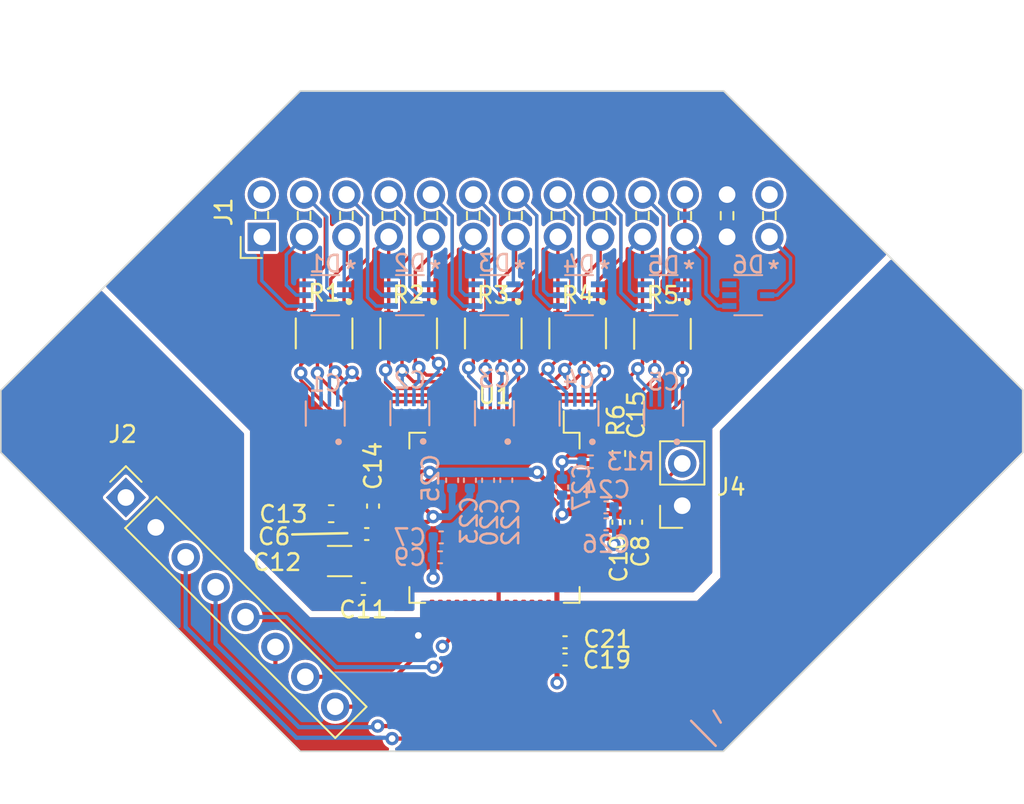
<source format=kicad_pcb>
(kicad_pcb (version 20221018) (generator pcbnew)
  (layers (0 "F.Cu" signal) (1 "In1.Cu" signal) (2 "In2.Cu" signal) (31 "B.Cu" signal) (34 "B.Paste" user) (35 "F.Paste" user) (36 "B.SilkS" user "B.Silkscreen") (37 "F.SilkS" user "F.Silkscreen") (38 "B.Mask" user) (39 "F.Mask" user) (44 "Edge.Cuts" user))
  (net 0 "")
  (net 1 "GNDA")
  (net 2 "/Daisy Functionality/_SRB1")
  (net 3 "/Daisy Functionality/_SRB2")
  (net 4 "/Daisy Functionality/IN1P")
  (net 5 "/Daisy Functionality/IN1N")
  (net 6 "/Daisy Functionality/IN2P")
  (net 7 "/Daisy Functionality/IN2N")
  (net 8 "/Daisy Functionality/IN3P")
  (net 9 "/Daisy Functionality/IN3N")
  (net 10 "/Daisy Functionality/IN4P")
  (net 11 "/Daisy Functionality/IN4N")
  (net 12 "/Daisy Functionality/IN5P")
  (net 13 "/Daisy Functionality/IN5N")
  (net 14 "/Daisy Functionality/IN6P")
  (net 15 "/Daisy Functionality/IN6N")
  (net 16 "/Daisy Functionality/IN7P")
  (net 17 "/Daisy Functionality/IN7N")
  (net 18 "/Daisy Functionality/IN8P")
  (net 19 "/Daisy Functionality/IN8N")
  (net 20 "/Daisy Functionality/BIAS_DRV")
  (net 21 "VSSA")
  (net 22 "Net-(U1-VCAP4)")
  (net 23 "Net-(U1-VCAP3)")
  (net 24 "Net-(U1-VCAP2)")
  (net 25 "Net-(U1-VCAP1)")
  (net 26 "Net-(U1-VREFP)")
  (net 27 "Net-(U1-RLDIN)")
  (net 28 "/Daisy Functionality/DRDY")
  (net 29 "VDD")
  (net 30 "VDDA")
  (net 31 "Net-(U1-WCT)")
  (net 32 "/1P")
  (net 33 "/SRB2")
  (net 34 "/3P")
  (net 35 "/2N")
  (net 36 "/1N")
  (net 37 "/2P")
  (net 38 "/5P")
  (net 39 "/4N")
  (net 40 "/3N")
  (net 41 "/4P")
  (net 42 "/7P")
  (net 43 "/6N")
  (net 44 "/5N")
  (net 45 "/6P")
  (net 46 "/8N")
  (net 47 "/7N")
  (net 48 "/8P")
  (net 49 "/BIAS")
  (net 50 "/SCLK")
  (net 51 "/RESET")
  (net 52 "/CLK")
  (net 53 "/MOSI")
  (net 54 "/CS2")
  (net 55 "/BIAS_INV")
  (net 56 "/MISO")
  (net 64 "/SRB1")
  (footprint "Capacitor_SMD:C_0603_1608Metric" (layer "F.Cu") (at 128.8288 101.6254 180)
    (fp_text reference "C13")
    (fp_text value "10uF")
  )
  (footprint "Resistor Arrays:RESCAF80P320X160X60-8N" (layer "F.Cu") (at 133.4832 90.791 -90)
    (fp_text reference "R2")
    (fp_text value "CAY16-222J4LF")
  )
  (footprint "Capacitor_SMD:C_0402_1005Metric" (layer "F.Cu") (at 131.3434 101.1682 90)
    (fp_text reference "C14")
    (fp_text value "0.1uF")
  )
  (footprint "Capacitor_SMD:C_0402_1005Metric" (layer "F.Cu") (at 147.1439 98.008 -90)
    (fp_text reference "C15")
    (fp_text value "1nF")
  )
  (footprint "Resistor_SMD:R_0402_1005Metric" (layer "F.Cu") (at 146.1025 98.006 -90)
    (fp_text reference "R6")
    (fp_text value "1M")
  )
  (footprint "Resistor Arrays:RESCAF80P320X160X60-8N" (layer "F.Cu") (at 128.4032 90.791 -90)
    (fp_text reference "R1")
    (fp_text value "CAY16-222J4LF")
  )
  (footprint "Capacitor_SMD:C_0402_1005Metric" (layer "F.Cu") (at 130.7618 106.1466)
    (fp_text reference "C11")
    (fp_text value "1uF")
  )
  (footprint "Resistor Arrays:RESCAF80P320X160X60-8N" (layer "F.Cu") (at 148.7232 90.8164 -90)
    (fp_text reference "R5")
    (fp_text value "CAY16-222J4LF")
  )
  (footprint "Capacitor_SMD:C_0402_1005Metric" (layer "F.Cu") (at 142.8724 110.3884)
    (fp_text reference "C19")
    (fp_text value "1uF")
  )
  (footprint "Connector_PinHeader_2.54mm:PinHeader_2x13_P2.54mm_Horizontal" (layer "F.Cu") (at 124.6632 84.9884 90)
    (fp_text reference "J1")
    (fp_text value "Conn_02x13_Odd_Even")
  )
  (footprint "Capacitor_SMD:C_0402_1005Metric" (layer "F.Cu") (at 146.0754 102.1308 -90)
    (fp_text reference "C10")
    (fp_text value "0.1uF")
  )
  (footprint "Package_QFP:TQFP-64_10x10mm_P0.5mm" (layer "F.Cu") (at 138.6349 101.8688 -90)
    (fp_text reference "U1")
    (fp_text value "ADS129x")
  )
  (footprint "Capacitor_SMD:C_0402_1005Metric" (layer "F.Cu") (at 147.1422 102.1308 -90)
    (fp_text reference "C8")
    (fp_text value "1uF")
  )
  (footprint "Connector_PinSocket_2.54mm:PinSocket_1x02_P2.54mm_Vertical" (layer "F.Cu") (at 149.9108 101.1428 180)
    (fp_text reference "J4")
    (fp_text value "Conn_01x02")
  )
  (footprint "Resistor Arrays:RESCAF80P320X160X60-8N" (layer "F.Cu") (at 143.6306 90.791 -90)
    (fp_text reference "R4")
    (fp_text value "CAY16-222J4LF")
  )
  (footprint "Capacitor_SMD:C_0402_1005Metric" (layer "F.Cu") (at 130.965 102.8446)
    (fp_text reference "C6")
    (fp_text value "1uF")
  )
  (footprint "Resistor Arrays:RESCAF80P320X160X60-8N" (layer "F.Cu") (at 138.5632 90.791 -90)
    (fp_text reference "R3")
    (fp_text value "CAY16-222J4LF")
  )
  (footprint "Capacitor_SMD:C_0402_1005Metric" (layer "F.Cu") (at 142.8724 109.347)
    (fp_text reference "C21")
    (fp_text value "0.1uF")
  )
  (footprint "Connector_PinSocket_2.54mm:PinSocket_1x08_P2.54mm_Vertical" (layer "F.Cu") (at 116.5 100.65 45)
    (fp_text reference "J2")
    (fp_text value "Conn_01x08")
  )
  (footprint "Capacitor_SMD:C_1206_3216Metric" (layer "F.Cu") (at 129.3368 104.4702)
    (fp_text reference "C12")
    (fp_text value "100uF")
  )
  (footprint "Capacitor_SMD:C_0402_1005Metric" (layer "B.Cu") (at 145.3388 102.2604 180)
    (fp_text reference "C26")
    (fp_text value "0.1uF")
  )
  (footprint "Capacitor_SMD:C_0402_1005Metric" (layer "B.Cu") (at 136.0932 99.6162 -90)
    (fp_text reference "C25")
    (fp_text value "0.1uF")
  )
  (footprint "Capacitor Arrays:CAPCAXE50P210X130X94-8N" (layer "B.Cu") (at 148.7932 95.6056 90)
    (fp_text reference "C5")
    (fp_text value "CA0508KRX7R9BB102")
  )
  (footprint "Capacitor Arrays:CAPCAXE50P210X130X94-8N" (layer "B.Cu") (at 143.7132 95.6056 90)
    (fp_text reference "C4")
    (fp_text value "CA0508KRX7R9BB102")
  )
  (footprint "Capacitor_SMD:C_0402_1005Metric" (layer "B.Cu") (at 138.2522 99.6162 -90)
    (fp_text reference "C20")
    (fp_text value "1uF")
  )
  (footprint "TSV - Diodes:TPD4E1B06DCKR" (layer "B.Cu") (at 143.7132 88.4936 180)
    (fp_text reference "D4")
    (fp_text value "TPD4E1B06DCKR")
  )
  (footprint "Resistor_SMD:R_0402_1005Metric" (layer "B.Cu") (at 144.399 98.5012)
    (fp_text reference "R13")
    (fp_text value "0")
  )
  (footprint "TSV - Diodes:TPD4E1B06DCKR" (layer "B.Cu") (at 153.8732 88.4936 180)
    (fp_text reference "D6")
    (fp_text value "TPD4E1B06DCKR")
  )
  (footprint "Capacitor Arrays:CAPCAXE50P210X130X94-8N" (layer "B.Cu") (at 128.4732 95.6056 90)
    (fp_text reference "C1")
    (fp_text value "CA0508KRX7R9BB102")
  )
  (footprint "Capacitor_SMD:C_0402_1005Metric" (layer "B.Cu") (at 135.382 104.2442)
    (fp_text reference "C9")
    (fp_text value "1uF")
  )
  (footprint "TSV - Diodes:TPD4E1B06DCKR" (layer "B.Cu") (at 138.6332 88.4936 180)
    (fp_text reference "D3")
    (fp_text value "TPD4E1B06DCKR")
  )
  (footprint "Capacitor_SMD:C_0402_1005Metric" (layer "B.Cu") (at 137.16 99.6162 -90)
    (fp_text reference "C23")
    (fp_text value "1uF")
  )
  (footprint "Capacitor Arrays:CAPCAXE50P210X130X94-8N" (layer "B.Cu") (at 138.6332 95.5913 90)
    (fp_text reference "C3")
    (fp_text value "CA0508KRX7R9BB102")
  )
  (footprint "Capacitor_SMD:C_0402_1005Metric" (layer "B.Cu") (at 145.3388 101.2444 180)
    (fp_text reference "C24")
    (fp_text value "1uF")
  )
  (footprint "TSV - Diodes:TPD4E1B06DCKR" (layer "B.Cu") (at 128.4732 88.4936 180)
    (fp_text reference "D1")
    (fp_text value "TPD4E1B06DCKR")
  )
  (footprint "Capacitor Arrays:CAPCAXE50P210X130X94-8N" (layer "B.Cu") (at 133.5532 95.5802 90)
    (fp_text reference "C2")
    (fp_text value "CA0508KRX7R9BB102")
  )
  (footprint "Capacitor_SMD:C_0402_1005Metric" (layer "B.Cu") (at 139.3444 99.6162 -90)
    (fp_text reference "C22")
    (fp_text value "0.1uF")
  )
  (footprint "Capacitor_SMD:C_0402_1005Metric" (layer "B.Cu") (at 142.6972 100.0252 90)
    (fp_text reference "C27")
    (fp_text value "1nF")
  )
  (footprint "TSV - Diodes:TPD4E1B06DCKR" (layer "B.Cu") (at 133.5532 88.4936 180)
    (fp_text reference "D2")
    (fp_text value "TPD4E1B06DCKR")
  )
  (footprint "Capacitor_SMD:C_0402_1005Metric" (layer "B.Cu") (at 135.4328 103.0478)
    (fp_text reference "C7")
    (fp_text value "1uF")
  )
  (footprint "TSV - Diodes:TPD4E1B06DCKR" (layer "B.Cu") (at 148.7932 88.4936 180)
    (fp_text reference "D5")
    (fp_text value "TPD4E1B06DCKR")
  )
  (gr_line (start 151.7904 113.4618) (end 152.2222 114.173) (stroke (width 0.1524)) (layer "B.SilkS"))
  (gr_line (start 150.4442 114.0714) (end 151.9174 115.57) (stroke (width 0.1524)) (layer "B.SilkS"))
  (gr_line (start 129.794 102.7938) (end 126.492 102.87) (stroke (width 0.1524)) (layer "F.SilkS"))
  (gr_poly (pts (xy 170.3578 94.1832) (xy 170.3578 97.9424) (xy 152.3746 115.9002) (xy 126.9746 115.9002) (xy 108.9914 97.9424) (xy 108.9914 94.2086) (xy 126.9746 76.2254) (xy 152.4 76.2254)) (stroke (width 0.1016)) (fill none) (layer "Edge.Cuts"))
  (segment (start 138.8849 107.5313) (end 138.8849 105.7679) (width 0.25) (layer "F.Cu") (net 1))
  (segment (start 138.8849 105.7679) (end 138.8872 105.7656) (width 0.25) (layer "F.Cu") (net 1))
  (segment (start 143.3524 109.347) (end 143.3524 110.3884) (width 0.25) (layer "F.Cu") (net 1))
  (segment (start 134.8849 108.1169) (end 134.0612 108.9406) (width 0.25) (layer "F.Cu") (net 1))
  (segment (start 134.8849 107.5313) (end 134.8849 108.1169) (width 0.25) (layer "F.Cu") (net 1))
  (segment (start 143.3545 109.3491) (end 143.3524 109.347) (width 0.25) (layer "F.Cu") (net 1))
  (via (at 134.0612 108.9406) (size 0.8) (drill 0.4) (layers "F.Cu" "B.Cu") (net 1))
  (segment (start 137.8832 96.3913) (end 137.8832 97.548) (width 0.2032) (layer "B.Cu") (net 1))
  (segment (start 139.3832 96.3913) (end 140.1555 96.3913) (width 0.2032) (layer "B.Cu") (net 1))
  (segment (start 139.3832 96.3913) (end 139.3832 97.5226) (width 0.2032) (layer "B.Cu") (net 1))
  (segment (start 148.0432 96.4056) (end 148.0432 97.524) (width 0.2032) (layer "B.Cu") (net 1))
  (segment (start 149.5432 96.4056) (end 150.3298 96.4056) (width 0.2032) (layer "B.Cu") (net 1))
  (segment (start 149.0432 96.4056) (end 149.0432 97.54) (width 0.2032) (layer "B.Cu") (net 1))
  (segment (start 128.7232 96.4056) (end 128.7232 97.5574) (width 0.2032) (layer "B.Cu") (net 1))
  (segment (start 134.3032 96.3802) (end 135.2168 96.3802) (width 0.2032) (layer "B.Cu") (net 1))
  (segment (start 149.0432 97.54) (end 148.7932 97.79) (width 0.2032) (layer "B.Cu") (net 1))
  (segment (start 128.2232 96.4056) (end 128.2232 97.4892) (width 0.2032) (layer "B.Cu") (net 1))
  (segment (start 127.7232 96.4056) (end 126.784 96.4056) (width 0.2032) (layer "B.Cu") (net 1))
  (segment (start 138.3832 96.3913) (end 138.3832 97.5146) (width 0.2032) (layer "B.Cu") (net 1))
  (segment (start 142.9632 96.4056) (end 142.9632 97.524) (width 0.2032) (layer "B.Cu") (net 1))
  (segment (start 137.8832 96.3913) (end 137.0601 96.3913) (width 0.2032) (layer "B.Cu") (net 1))
  (segment (start 148.0432 96.4056) (end 147.2818 96.4056) (width 0.2032) (layer "B.Cu") (net 1))
  (segment (start 133.3032 96.3802) (end 133.3032 97.5908) (width 0.2032) (layer "B.Cu") (net 1))
  (segment (start 132.8032 96.3802) (end 132.8032 97.5988) (width 0.2032) (layer "B.Cu") (net 1))
  (segment (start 143.9632 96.4056) (end 143.9632 97.413) (width 0.2032) (layer "B.Cu") (net 1))
  (segment (start 149.5432 96.4056) (end 149.5432 97.3702) (width 0.2032) (layer "B.Cu") (net 1))
  (segment (start 129.2232 96.4056) (end 130.1622 96.4056) (width 0.2032) (layer "B.Cu") (net 1))
  (segment (start 144.4632 96.4056) (end 144.4632 97.5494) (width 0.2032) (layer "B.Cu") (net 1))
  (segment (start 132.8032 96.3802) (end 131.8894 96.3802) (width 0.2032) (layer "B.Cu") (net 1))
  (segment (start 133.8032 96.3802) (end 133.8032 97.5828) (width 0.2032) (layer "B.Cu") (net 1))
  (segment (start 148.7932 97.79) (end 148.5432 97.54) (width 0.2032) (layer "B.Cu") (net 1))
  (segment (start 127.7232 96.4056) (end 127.7232 97.4972) (width 0.2032) (layer "B.Cu") (net 1))
  (segment (start 129.2232 96.4056) (end 129.2232 97.4986) (width 0.2032) (layer "B.Cu") (net 1))
  (segment (start 134.3032 96.3802) (end 134.3032 97.5494) (width 0.2032) (layer "B.Cu") (net 1))
  (segment (start 142.9632 96.4056) (end 142.1002 96.4056) (width 0.2032) (layer "B.Cu") (net 1))
  (segment (start 148.5432 97.54) (end 148.5432 96.4056) (width 0.2032) (layer "B.Cu") (net 1))
  (segment (start 143.4632 96.4056) (end 143.4632 97.4812) (width 0.2032) (layer "B.Cu") (net 1))
  (segment (start 149.0432 94.8056) (end 149.0432 96.4056) (width 0.2032) (layer "B.Cu") (net 1))
  (segment (start 144.4632 96.4056) (end 145.3768 96.4056) (width 0.2032) (layer "B.Cu") (net 1))
  (segment (start 138.8832 96.3913) (end 138.8832 97.54) (width 0.2032) (layer "B.Cu") (net 1))
  (segment (start 131.5198 98.1188) (end 132.9724 98.1188) (width 0.2032) (layer "F.Cu") (net 2))
  (segment (start 127.003697 93.1672) (end 127.003697 92.680903) (width 0.2032) (layer "F.Cu") (net 2))
  (segment (start 127.003697 93.602697) (end 131.5198 98.1188) (width 0.2032) (layer "F.Cu") (net 2))
  (segment (start 127.003697 92.680903) (end 127.2032 92.4814) (width 0.2032) (layer "F.Cu") (net 2))
  (segment (start 127.2032 92.4814) (end 127.2032 91.666) (width 0.2032) (layer "F.Cu") (net 2))
  (segment (start 127.003697 93.1672) (end 127.003697 93.602697) (width 0.2032) (layer "F.Cu") (net 2))
  (via (at 127.003697 93.1672) (size 0.8) (drill 0.4) (layers "F.Cu" "B.Cu") (net 2))
  (segment (start 127.7232 93.9666) (end 127.7232 94.8056) (width 0.2032) (layer "B.Cu") (net 2))
  (segment (start 127.003697 93.1672) (end 127.003697 93.247097) (width 0.2032) (layer "B.Cu") (net 2))
  (segment (start 127.003697 93.247097) (end 127.7232 93.9666) (width 0.2032) (layer "B.Cu") (net 2))
  (segment (start 134.0452 98.6188) (end 132.9724 98.6188) (width 0.2032) (layer "F.Cu") (net 3))
  (segment (start 134.4422 97.409) (end 134.4422 98.2218) (width 0.2032) (layer "F.Cu") (net 3))
  (segment (start 128.0032 93.1672) (end 128.0032 91.666) (width 0.2032) (layer "F.Cu") (net 3))
  (segment (start 134.0612 97.028) (end 134.4422 97.409) (width 0.2032) (layer "F.Cu") (net 3))
  (segment (start 128.0032 93.2814) (end 131.7498 97.028) (width 0.2032) (layer "F.Cu") (net 3))
  (segment (start 128.0032 93.1672) (end 128.0032 93.2814) (width 0.2032) (layer "F.Cu") (net 3))
  (segment (start 134.4422 98.2218) (end 134.0452 98.6188) (width 0.2032) (layer "F.Cu") (net 3))
  (segment (start 131.7498 97.028) (end 134.0612 97.028) (width 0.2032) (layer "F.Cu") (net 3))
  (via (at 128.0032 93.1672) (size 0.8) (drill 0.4) (layers "F.Cu" "B.Cu") (net 3))
  (segment (start 128.2232 94.8056) (end 128.2232 93.3872) (width 0.2032) (layer "B.Cu") (net 3))
  (segment (start 128.2232 93.3872) (end 128.0032 93.1672) (width 0.2032) (layer "B.Cu") (net 3))
  (segment (start 129.0701 93.1037) (end 128.8032 92.8368) (width 0.2032) (layer "F.Cu") (net 4))
  (segment (start 134.8849 95.0323) (end 134.8849 96.2063) (width 0.2032) (layer "F.Cu") (net 4))
  (segment (start 130.8608 94.8944) (end 134.747 94.8944) (width 0.2032) (layer "F.Cu") (net 4))
  (segment (start 134.747 94.8944) (end 134.8849 95.0323) (width 0.2032) (layer "F.Cu") (net 4))
  (segment (start 128.8032 92.8368) (end 128.8032 91.666) (width 0.2032) (layer "F.Cu") (net 4))
  (segment (start 129.0701 93.1037) (end 130.8608 94.8944) (width 0.2032) (layer "F.Cu") (net 4))
  (via (at 129.0701 93.1037) (size 0.8) (drill 0.4) (layers "F.Cu" "B.Cu") (net 4))
  (segment (start 129.0701 93.1037) (end 128.7232 93.4506) (width 0.2032) (layer "B.Cu") (net 4))
  (segment (start 128.7232 93.4506) (end 128.7232 94.8056) (width 0.2032) (layer "B.Cu") (net 4))
  (segment (start 129.6162 91.679) (end 129.6032 91.666) (width 0.2032) (layer "F.Cu") (net 5))
  (segment (start 130.086327 93.130684) (end 129.6162 92.660557) (width 0.2032) (layer "F.Cu") (net 5))
  (segment (start 135.3849 94.966615) (end 135.3849 96.2063) (width 0.2032) (layer "F.Cu") (net 5))
  (segment (start 131.426 94.4944) (end 134.912686 94.4944) (width 0.2032) (layer "F.Cu") (net 5))
  (segment (start 134.912686 94.4944) (end 135.3849 94.966615) (width 0.2032) (layer "F.Cu") (net 5))
  (segment (start 129.6162 92.660557) (end 129.6162 91.679) (width 0.2032) (layer "F.Cu") (net 5))
  (segment (start 130.086327 93.154727) (end 131.426 94.4944) (width 0.2032) (layer "F.Cu") (net 5))
  (segment (start 130.086327 93.130684) (end 130.086327 93.154727) (width 0.2032) (layer "F.Cu") (net 5))
  (via (at 130.086327 93.130684) (size 0.8) (drill 0.4) (layers "F.Cu" "B.Cu") (net 5))
  (segment (start 129.2232 94.8056) (end 129.2232 93.993811) (width 0.2032) (layer "B.Cu") (net 5))
  (segment (start 129.2232 93.993811) (end 130.086327 93.130684) (width 0.2032) (layer "B.Cu") (net 5))
  (segment (start 132.096905 93.717505) (end 132.4738 94.0944) (width 0.2032) (layer "F.Cu") (net 6))
  (segment (start 132.096905 92.986254) (end 132.2832 92.799959) (width 0.2032) (layer "F.Cu") (net 6))
  (segment (start 132.4738 94.0944) (end 135.078372 94.094401) (width 0.2032) (layer "F.Cu") (net 6))
  (segment (start 132.2832 92.799959) (end 132.2832 91.666) (width 0.2032) (layer "F.Cu") (net 6))
  (segment (start 135.078372 94.094401) (end 135.8849 94.90093) (width 0.2032) (layer "F.Cu") (net 6))
  (segment (start 132.096905 92.986254) (end 132.096905 93.717505) (width 0.2032) (layer "F.Cu") (net 6))
  (segment (start 135.8849 94.90093) (end 135.8849 96.2063) (width 0.2032) (layer "F.Cu") (net 6))
  (via (at 132.096905 92.986254) (size 0.8) (drill 0.4) (layers "F.Cu" "B.Cu") (net 6))
  (segment (start 132.096905 93.565105) (end 132.096905 92.986254) (width 0.2032) (layer "B.Cu") (net 6))
  (segment (start 132.8032 94.7802) (end 132.8032 94.2714) (width 0.2032) (layer "B.Cu") (net 6))
  (segment (start 132.8032 94.2714) (end 132.096905 93.565105) (width 0.2032) (layer "B.Cu") (net 6))
  (segment (start 133.7756 93.6944) (end 135.244058 93.694401) (width 0.2032) (layer "F.Cu") (net 7))
  (segment (start 136.3849 94.835245) (end 136.3849 96.2063) (width 0.2032) (layer "F.Cu") (net 7))
  (segment (start 133.096 93.0148) (end 133.7756 93.6944) (width 0.2032) (layer "F.Cu") (net 7))
  (segment (start 135.244058 93.694401) (end 136.3849 94.835245) (width 0.2032) (layer "F.Cu") (net 7))
  (segment (start 133.096 93.0148) (end 133.0832 93.002) (width 0.2032) (layer "F.Cu") (net 7))
  (segment (start 133.0832 93.002) (end 133.0832 91.666) (width 0.2032) (layer "F.Cu") (net 7))
  (via (at 133.096 93.0148) (size 0.8) (drill 0.4) (layers "F.Cu" "B.Cu") (net 7))
  (segment (start 133.3032 93.9586) (end 133.3032 94.7802) (width 0.2032) (layer "B.Cu") (net 7))
  (segment (start 133.096 93.0148) (end 133.096 93.7514) (width 0.2032) (layer "B.Cu") (net 7))
  (segment (start 133.096 93.7514) (end 133.3032 93.9586) (width 0.2032) (layer "B.Cu") (net 7))
  (segment (start 134.094731 92.8425) (end 133.8832 92.630969) (width 0.2032) (layer "F.Cu") (net 8))
  (segment (start 133.8832 92.630969) (end 133.8832 91.666) (width 0.2032) (layer "F.Cu") (net 8))
  (segment (start 135.409745 93.294401) (end 136.8849 94.769556) (width 0.2032) (layer "F.Cu") (net 8))
  (segment (start 136.8849 94.769556) (end 136.8849 96.2063) (width 0.2032) (layer "F.Cu") (net 8))
  (segment (start 134.546632 93.294401) (end 135.409745 93.294401) (width 0.2032) (layer "F.Cu") (net 8))
  (segment (start 134.094731 92.8425) (end 134.546632 93.294401) (width 0.2032) (layer "F.Cu") (net 8))
  (via (at 134.094731 92.8425) (size 0.8) (drill 0.4) (layers "F.Cu" "B.Cu") (net 8))
  (segment (start 133.8032 93.9586) (end 134.094731 93.667069) (width 0.2032) (layer "B.Cu") (net 8))
  (segment (start 134.094731 93.667069) (end 134.094731 92.8425) (width 0.2032) (layer "B.Cu") (net 8))
  (segment (start 133.8032 94.7802) (end 133.8032 93.9586) (width 0.2032) (layer "B.Cu") (net 8))
  (segment (start 134.6832 92.00217) (end 134.6832 91.666) (width 0.2032) (layer "F.Cu") (net 9))
  (segment (start 135.275931 92.594901) (end 137.3849 94.70387) (width 0.2032) (layer "F.Cu") (net 9))
  (segment (start 135.275931 92.594901) (end 134.6832 92.00217) (width 0.2032) (layer "F.Cu") (net 9))
  (segment (start 137.3849 94.70387) (end 137.3849 96.2063) (width 0.2032) (layer "F.Cu") (net 9))
  (via (at 135.275931 92.594901) (size 0.8) (drill 0.4) (layers "F.Cu" "B.Cu") (net 9))
  (segment (start 135.275931 93.070069) (end 135.275931 92.594901) (width 0.2032) (layer "B.Cu") (net 9))
  (segment (start 134.3032 94.7802) (end 134.3032 94.0428) (width 0.2032) (layer "B.Cu") (net 9))
  (segment (start 134.3032 94.0428) (end 135.275931 93.070069) (width 0.2032) (layer "B.Cu") (net 9))
  (segment (start 137.0838 92.8624) (end 137.0838 93.356628) (width 0.2032) (layer "F.Cu") (net 10))
  (segment (start 137.0838 93.356628) (end 137.8849 94.157728) (width 0.2032) (layer "F.Cu") (net 10))
  (segment (start 137.3632 92.583) (end 137.0838 92.8624) (width 0.2032) (layer "F.Cu") (net 10))
  (segment (start 137.8849 94.157728) (end 137.8849 96.2063) (width 0.2032) (layer "F.Cu") (net 10))
  (segment (start 137.3632 91.666) (end 137.3632 92.583) (width 0.2032) (layer "F.Cu") (net 10))
  (via (at 137.0838 92.8624) (size 0.8) (drill 0.4) (layers "F.Cu" "B.Cu") (net 10))
  (segment (start 137.8832 94.1444) (end 137.0838 93.345) (width 0.2032) (layer "B.Cu") (net 10))
  (segment (start 137.0838 93.345) (end 137.0838 92.8624) (width 0.2032) (layer "B.Cu") (net 10))
  (segment (start 137.8832 94.7913) (end 137.8832 94.1444) (width 0.2032) (layer "B.Cu") (net 10))
  (segment (start 138.081846 92.916348) (end 138.081846 92.473754) (width 0.2032) (layer "F.Cu") (net 11))
  (segment (start 138.3849 93.219402) (end 138.3849 96.2063) (width 0.2032) (layer "F.Cu") (net 11))
  (segment (start 138.081846 92.916348) (end 138.3849 93.219402) (width 0.2032) (layer "F.Cu") (net 11))
  (segment (start 138.1632 92.3924) (end 138.1632 91.666) (width 0.2032) (layer "F.Cu") (net 11))
  (segment (start 138.081846 92.473754) (end 138.1632 92.3924) (width 0.2032) (layer "F.Cu") (net 11))
  (via (at 138.081846 92.916348) (size 0.8) (drill 0.4) (layers "F.Cu" "B.Cu") (net 11))
  (segment (start 138.081846 93.581046) (end 138.081846 92.916348) (width 0.2032) (layer "B.Cu") (net 11))
  (segment (start 138.3832 93.8824) (end 138.081846 93.581046) (width 0.2032) (layer "B.Cu") (net 11))
  (segment (start 138.3832 94.7913) (end 138.3832 93.8824) (width 0.2032) (layer "B.Cu") (net 11))
  (segment (start 138.8849 94.2871) (end 138.8849 96.2063) (width 0.2032) (layer "F.Cu") (net 12))
  (segment (start 138.9632 92.795005) (end 138.9632 91.666) (width 0.2032) (layer "F.Cu") (net 12))
  (segment (start 139.081343 92.913148) (end 139.081343 94.090657) (width 0.2032) (layer "F.Cu") (net 12))
  (segment (start 139.081343 94.090657) (end 138.8849 94.2871) (width 0.2032) (layer "F.Cu") (net 12))
  (segment (start 139.081343 92.913148) (end 138.9632 92.795005) (width 0.2032) (layer "F.Cu") (net 12))
  (via (at 139.081343 92.913148) (size 0.8) (drill 0.4) (layers "F.Cu" "B.Cu") (net 12))
  (segment (start 138.8832 94.7913) (end 138.8832 93.857) (width 0.2032) (layer "B.Cu") (net 12))
  (segment (start 139.081343 93.658857) (end 139.081343 92.913148) (width 0.2032) (layer "B.Cu") (net 12))
  (segment (start 138.8832 93.857) (end 139.081343 93.658857) (width 0.2032) (layer "B.Cu") (net 12))
  (segment (start 140.080845 94.030955) (end 139.3849 94.7269) (width 0.2032) (layer "F.Cu") (net 13))
  (segment (start 140.080845 92.913206) (end 140.080845 94.030955) (width 0.2032) (layer "F.Cu") (net 13))
  (segment (start 140.080845 91.983645) (end 139.7632 91.666) (width 0.2032) (layer "F.Cu") (net 13))
  (segment (start 140.080845 92.913206) (end 140.080845 91.983645) (width 0.2032) (layer "F.Cu") (net 13))
  (segment (start 139.3849 94.7269) (end 139.3849 96.2063) (width 0.2032) (layer "F.Cu") (net 13))
  (via (at 140.080845 92.913206) (size 0.8) (drill 0.4) (layers "F.Cu" "B.Cu") (net 13))
  (segment (start 139.3832 94.7913) (end 139.3832 93.9412) (width 0.2032) (layer "B.Cu") (net 13))
  (segment (start 140.080845 93.243555) (end 140.080845 92.913206) (width 0.2032) (layer "B.Cu") (net 13))
  (segment (start 139.3832 93.9412) (end 140.080845 93.243555) (width 0.2032) (layer "B.Cu") (net 13))
  (segment (start 142.4306 92.34622) (end 142.4306 91.666) (width 0.2032) (layer "F.Cu") (net 14))
  (segment (start 139.8849 94.848128) (end 139.8849 96.2063) (width 0.2032) (layer "F.Cu") (net 14))
  (segment (start 141.8191 92.913928) (end 139.8849 94.848128) (width 0.2032) (layer "F.Cu") (net 14))
  (segment (start 141.851353 92.913928) (end 141.8191 92.913928) (width 0.2032) (layer "F.Cu") (net 14))
  (segment (start 141.862892 92.913928) (end 142.4306 92.34622) (width 0.2032) (layer "F.Cu") (net 14))
  (segment (start 141.851353 92.913928) (end 141.862892 92.913928) (width 0.2032) (layer "F.Cu") (net 14))
  (via (at 141.851353 92.913928) (size 0.8) (drill 0.4) (layers "F.Cu" "B.Cu") (net 14))
  (segment (start 142.9632 94.3476) (end 141.851353 93.235753) (width 0.2032) (layer "B.Cu") (net 14))
  (segment (start 141.851353 93.235753) (end 141.851353 92.913928) (width 0.2032) (layer "B.Cu") (net 14))
  (segment (start 142.9632 94.8056) (end 142.9632 94.3476) (width 0.2032) (layer "B.Cu") (net 14))
  (segment (start 141.636114 93.6626) (end 140.3849 94.913814) (width 0.2032) (layer "F.Cu") (net 15))
  (segment (start 143.2306 92.583) (end 143.2306 91.666) (width 0.2032) (layer "F.Cu") (net 15))
  (segment (start 142.8496 92.964) (end 142.8496 92.9894) (width 0.2032) (layer "F.Cu") (net 15))
  (segment (start 142.8496 92.964) (end 143.2306 92.583) (width 0.2032) (layer "F.Cu") (net 15))
  (segment (start 142.1764 93.6626) (end 141.636114 93.6626) (width 0.2032) (layer "F.Cu") (net 15))
  (segment (start 140.3849 94.913814) (end 140.3849 96.2063) (width 0.2032) (layer "F.Cu") (net 15))
  (segment (start 142.8496 92.9894) (end 142.1764 93.6626) (width 0.2032) (layer "F.Cu") (net 15))
  (via (at 142.8496 92.964) (size 0.8) (drill 0.4) (layers "F.Cu" "B.Cu") (net 15))
  (segment (start 142.8496 93.379224) (end 142.8496 92.964) (width 0.2032) (layer "B.Cu") (net 15))
  (segment (start 143.4632 93.992824) (end 142.8496 93.379224) (width 0.2032) (layer "B.Cu") (net 15))
  (segment (start 143.4632 94.8056) (end 143.4632 93.992824) (width 0.2032) (layer "B.Cu") (net 15))
  (segment (start 141.8018 94.0626) (end 140.8849 94.9795) (width 0.2032) (layer "F.Cu") (net 16))
  (segment (start 142.983374 94.0626) (end 141.8018 94.0626) (width 0.2032) (layer "F.Cu") (net 16))
  (segment (start 144.0306 93.015374) (end 142.983374 94.0626) (width 0.2032) (layer "F.Cu") (net 16))
  (segment (start 140.8849 94.9795) (end 140.8849 96.2063) (width 0.2032) (layer "F.Cu") (net 16))
  (segment (start 144.0306 93.015374) (end 144.0306 91.666) (width 0.2032) (layer "F.Cu") (net 16))
  (via (at 144.0306 93.015374) (size 0.8) (drill 0.4) (layers "F.Cu" "B.Cu") (net 16))
  (segment (start 143.9632 93.082774) (end 144.0306 93.015374) (width 0.2032) (layer "B.Cu") (net 16))
  (segment (start 143.9632 94.8056) (end 143.9632 93.082774) (width 0.2032) (layer "B.Cu") (net 16))
  (segment (start 145.2372 93.0656) (end 144.8306 92.659) (width 0.2032) (layer "F.Cu") (net 17))
  (segment (start 145.2372 93.0656) (end 145.2372 93.9546) (width 0.2032) (layer "F.Cu") (net 17))
  (segment (start 144.7292 94.4626) (end 141.967486 94.4626) (width 0.2032) (layer "F.Cu") (net 17))
  (segment (start 141.3849 95.045186) (end 141.3849 96.2063) (width 0.2032) (layer "F.Cu") (net 17))
  (segment (start 145.2372 93.9546) (end 144.7292 94.4626) (width 0.2032) (layer "F.Cu") (net 17))
  (segment (start 141.967486 94.4626) (end 141.3849 95.045186) (width 0.2032) (layer "F.Cu") (net 17))
  (segment (start 144.8306 92.659) (end 144.8306 91.666) (width 0.2032) (layer "F.Cu") (net 17))
  (via (at 145.2372 93.0656) (size 0.8) (drill 0.4) (layers "F.Cu" "B.Cu") (net 17))
  (segment (start 144.4632 94.8056) (end 144.4632 93.8396) (width 0.2032) (layer "B.Cu") (net 17))
  (segment (start 144.4632 93.8396) (end 145.2372 93.0656) (width 0.2032) (layer "B.Cu") (net 17))
  (segment (start 147.2438 92.9132) (end 147.5232 92.6338) (width 0.2032) (layer "F.Cu") (net 18))
  (segment (start 147.5232 92.6338) (end 147.5232 91.6914) (width 0.2032) (layer "F.Cu") (net 18))
  (segment (start 147.2438 92.9132) (end 145.2944 94.8626) (width 0.2032) (layer "F.Cu") (net 18))
  (segment (start 142.2718 94.8626) (end 141.8849 95.2495) (width 0.2032) (layer "F.Cu") (net 18))
  (segment (start 145.2944 94.8626) (end 142.2718 94.8626) (width 0.2032) (layer "F.Cu") (net 18))
  (segment (start 141.8849 95.2495) (end 141.8849 96.2063) (width 0.2032) (layer "F.Cu") (net 18))
  (via (at 147.2438 92.9132) (size 0.8) (drill 0.4) (layers "F.Cu" "B.Cu") (net 18))
  (segment (start 147.2438 93.4974) (end 147.2438 92.9132) (width 0.2032) (layer "B.Cu") (net 18))
  (segment (start 148.0432 94.2968) (end 147.2438 93.4974) (width 0.2032) (layer "B.Cu") (net 18))
  (segment (start 148.0432 94.8056) (end 148.0432 94.2968) (width 0.2032) (layer "B.Cu") (net 18))
  (segment (start 148.2598 92.964) (end 148.2598 93.472) (width 0.2032) (layer "F.Cu") (net 19))
  (segment (start 148.2598 93.472) (end 145.5255 96.2063) (width 0.2032) (layer "F.Cu") (net 19))
  (segment (start 148.2598 92.964) (end 148.2598 92.202) (width 0.2032) (layer "F.Cu") (net 19))
  (segment (start 145.5255 96.2063) (end 142.3849 96.2063) (width 0.2032) (layer "F.Cu") (net 19))
  (via (at 148.2598 92.964) (size 0.8) (drill 0.4) (layers "F.Cu" "B.Cu") (net 19))
  (segment (start 148.5432 94.8056) (end 148.5432 93.7046) (width 0.2032) (layer "B.Cu") (net 19))
  (segment (start 148.2598 93.4212) (end 148.2598 92.964) (width 0.2032) (layer "B.Cu") (net 19))
  (segment (start 148.5432 93.7046) (end 148.2598 93.4212) (width 0.2032) (layer "B.Cu") (net 19))
  (segment (start 147.1119 97.496) (end 147.1439 97.528) (width 0.2032) (layer "F.Cu") (net 20))
  (segment (start 146.1025 97.496) (end 147.1119 97.496) (width 0.2032) (layer "F.Cu") (net 20))
  (segment (start 149.9232 91.6914) (end 149.9232 93.0278) (width 0.2032) (layer "F.Cu") (net 20))
  (segment (start 149.9232 93.0278) (end 149.9232 94.7487) (width 0.2032) (layer "F.Cu") (net 20))
  (segment (start 149.9232 94.7487) (end 147.1439 97.528) (width 0.2032) (layer "F.Cu") (net 20))
  (via (at 149.9232 93.0278) (size 0.8) (drill 0.4) (layers "F.Cu" "B.Cu") (net 20))
  (segment (start 149.9232 93.0278) (end 149.9232 93.739) (width 0.2032) (layer "B.Cu") (net 20))
  (segment (start 149.5432 94.119) (end 149.5432 94.8056) (width 0.2032) (layer "B.Cu") (net 20))
  (segment (start 149.9232 93.739) (end 149.5432 94.119) (width 0.2032) (layer "B.Cu") (net 20))
  (segment (start 130.2818 106.1466) (end 128.7018 106.1466) (width 0.4064) (layer "F.Cu") (net 21))
  (segment (start 131.3434 100.584) (end 130.7846 100.0252) (width 0.4064) (layer "F.Cu") (net 21))
  (segment (start 144.2974 101.1188) (end 143.407 101.1188) (width 0.3048) (layer "F.Cu") (net 21))
  (segment (start 132.9724 99.6188) (end 131.699 99.6188) (width 0.254) (layer "F.Cu") (net 21))
  (segment (start 128.0538 102.603) (end 127.8636 102.7932) (width 0.4064) (layer "F.Cu") (net 21))
  (segment (start 130.7338 106.9848) (end 130.2818 106.5328) (width 0.25) (layer "F.Cu") (net 21))
  (segment (start 142.4198 101.9282) (end 142.4198 102.75375) (width 0.3048) (layer "F.Cu") (net 21))
  (segment (start 132.9724 106.4226) (end 132.4102 106.9848) (width 0.25) (layer "F.Cu") (net 21))
  (segment (start 142.9192 101.6188) (end 142.9131 101.6127) (width 0.2032) (layer "F.Cu") (net 21))
  (segment (start 131.699 99.6188) (end 131.3434 99.9744) (width 0.254) (layer "F.Cu") (net 21))
  (segment (start 145.5434 101.1188) (end 146.0754 101.6508) (width 0.3048) (layer "F.Cu") (net 21))
  (segment (start 134.9502 101.8032) (end 134.6346 102.1188) (width 0.25) (layer "F.Cu") (net 21))
  (segment (start 143.28485 103.6188) (end 144.2974 103.6188) (width 0.3048) (layer "F.Cu") (net 21))
  (segment (start 146.0754 101.6508) (end 147.1422 101.6508) (width 0.3048) (layer "F.Cu") (net 21))
  (segment (start 127.915 102.8446) (end 127.8636 102.7932) (width 0.25) (layer "F.Cu") (net 21))
  (segment (start 128.0538 100.9526) (end 128.0538 101.6254) (width 0.4064) (layer "F.Cu") (net 21))
  (segment (start 142.7353 101.6127) (end 142.9131 101.6127) (width 0.3048) (layer "F.Cu") (net 21))
  (segment (start 144.2974 101.6188) (end 146.0434 101.6188) (width 0.3048) (layer "F.Cu") (net 21))
  (segment (start 146.0434 101.6188) (end 146.0754 101.6508) (width 0.2032) (layer "F.Cu") (net 21))
  (segment (start 128.9812 100.0252) (end 128.0538 100.9526) (width 0.4064) (layer "F.Cu") (net 21))
  (segment (start 131.3434 99.9744) (end 131.3434 100.6882) (width 0.254) (layer "F.Cu") (net 21))
  (segment (start 131.774 101.1188) (end 131.3434 100.6882) (width 0.254) (layer "F.Cu") (net 21))
  (segment (start 128.0538 101.6254) (end 128.0538 102.603) (width 0.4064) (layer "F.Cu") (net 21))
  (segment (start 130.2818 106.5328) (end 130.2818 106.1466) (width 0.25) (layer "F.Cu") (net 21))
  (segment (start 134.9502 101.8032) (end 134.2658 101.1188) (width 0.25) (layer "F.Cu") (net 21))
  (segment (start 132.9724 101.1188) (end 131.774 101.1188) (width 0.254) (layer "F.Cu") (net 21))
  (segment (start 127.8636 104.4684) (end 127.8618 104.4702) (width 0.25) (layer "F.Cu") (net 21))
  (segment (start 142.6972 101.6508) (end 142.4198 101.9282) (width 0.3048) (layer "F.Cu") (net 21))
  (segment (start 144.2974 101.1188) (end 145.5434 101.1188) (width 0.3048) (layer "F.Cu") (net 21))
  (segment (start 128.7018 106.1466) (end 127.8618 105.3066) (width 0.4064) (layer "F.Cu") (net 21))
  (segment (start 132.4102 106.9848) (end 130.7338 106.9848) (width 0.25) (layer "F.Cu") (net 21))
  (segment (start 142.4198 102.75375) (end 143.28485 103.6188) (width 0.3048) (layer "F.Cu") (net 21))
  (segment (start 131.3434 100.6882) (end 131.3434 100.584) (width 0.25) (layer "F.Cu") (net 21))
  (segment (start 144.2974 101.6188) (end 142.9192 101.6188) (width 0.3048) (layer "F.Cu") (net 21))
  (segment (start 142.6972 101.6508) (end 142.7353 101.6127) (width 0.3048) (layer "F.Cu") (net 21))
  (segment (start 143.407 101.1188) (end 142.9131 101.6127) (width 0.3048) (layer "F.Cu") (net 21))
  (segment (start 134.2658 101.1188) (end 132.9724 101.1188) (width 0.25) (layer "F.Cu") (net 21))
  (segment (start 134.6346 102.1188) (end 132.9724 102.1188) (width 0.25) (layer "F.Cu") (net 21))
  (segment (start 130.7846 100.0252) (end 128.9812 100.0252) (width 0.4064) (layer "F.Cu") (net 21))
  (segment (start 130.485 102.8446) (end 127.915 102.8446) (width 0.4064) (layer "F.Cu") (net 21))
  (segment (start 127.8636 102.7932) (end 127.8636 104.4684) (width 0.4064) (layer "F.Cu") (net 21))
  (segment (start 132.9724 105.6188) (end 132.9724 106.4226) (width 0.25) (layer "F.Cu") (net 21))
  (via (at 134.9502 101.8032) (size 0.8) (drill 0.4) (layers "F.Cu" "B.Cu") (net 21))
  (via (at 134.9502 105.4862) (size 0.8) (drill 0.4) (layers "F.Cu" "B.Cu") (net 21))
  (via (at 142.6972 101.6508) (size 0.8) (drill 0.4) (layers "F.Cu" "B.Cu") (net 21))
  (segment (start 142.6972 101.6508) (end 142.6972 100.5052) (width 0.3048) (layer "B.Cu") (net 21))
  (segment (start 134.9502 105.4862) (end 134.9502 104.7424) (width 0.4064) (layer "B.Cu") (net 21))
  (segment (start 135.9154 101.8032) (end 137.16 100.5586) (width 0.4064) (layer "B.Cu") (net 21))
  (segment (start 136.0932 100.0962) (end 136.0932 101.6254) (width 0.4064) (layer "B.Cu") (net 21))
  (segment (start 137.16 100.5586) (end 137.16 100.0962) (width 0.4064) (layer "B.Cu") (net 21))
  (segment (start 134.9528 104.7398) (end 134.9528 103.0478) (width 0.4064) (layer "B.Cu") (net 21))
  (segment (start 134.9502 104.7424) (end 134.9528 104.7398) (width 0.25) (layer "B.Cu") (net 21))
  (segment (start 126.176799 89.143599) (end 127.33655 89.143599) (width 0.2032) (layer "B.Cu") (net 21))
  (segment (start 134.9528 104.1934) (end 134.902 104.2442) (width 0.25) (layer "B.Cu") (net 21))
  (segment (start 124.6632 84.9884) (end 124.6632 87.63) (width 0.2032) (layer "B.Cu") (net 21))
  (segment (start 134.9502 101.8032) (end 135.9154 101.8032) (width 0.4064) (layer "B.Cu") (net 21))
  (segment (start 136.0932 101.6254) (end 135.9154 101.8032) (width 0.4064) (layer "B.Cu") (net 21))
  (segment (start 124.6632 87.63) (end 126.176799 89.143599) (width 0.2032) (layer "B.Cu") (net 21))
  (segment (start 134.9528 103.0478) (end 134.9528 104.1934) (width 0.4064) (layer "B.Cu") (net 21))
  (segment (start 132.0264 102.6188) (end 132.9724 102.6188) (width 0.25) (layer "F.Cu") (net 22))
  (segment (start 131.8006 102.8446) (end 132.0264 102.6188) (width 0.25) (layer "F.Cu") (net 22))
  (segment (start 131.445 102.8446) (end 131.8006 102.8446) (width 0.25) (layer "F.Cu") (net 22))
  (segment (start 146.0674 102.6188) (end 146.0754 102.6108) (width 0.2032) (layer "F.Cu") (net 23))
  (segment (start 144.2974 102.6188) (end 146.0674 102.6188) (width 0.3048) (layer "F.Cu") (net 23))
  (segment (start 146.0754 102.6108) (end 147.1422 102.6108) (width 0.3048) (layer "F.Cu") (net 23))
  (segment (start 131.826 104.962015) (end 132.169215 104.6188) (width 0.25) (layer "F.Cu") (net 24))
  (segment (start 131.826 105.943385) (end 131.826 104.962015) (width 0.25) (layer "F.Cu") (net 24))
  (segment (start 132.169215 104.6188) (end 132.9724 104.6188) (width 0.25) (layer "F.Cu") (net 24))
  (segment (start 131.622785 106.1466) (end 131.826 105.943385) (width 0.25) (layer "F.Cu") (net 24))
  (segment (start 131.2418 106.1466) (end 131.622785 106.1466) (width 0.25) (layer "F.Cu") (net 24))
  (segment (start 132.169215 103.6188) (end 132.9724 103.6188) (width 0.25) (layer "F.Cu") (net 25))
  (segment (start 130.8118 104.4702) (end 131.317815 104.4702) (width 0.25) (layer "F.Cu") (net 25))
  (segment (start 131.317815 104.4702) (end 132.169215 103.6188) (width 0.25) (layer "F.Cu") (net 25))
  (segment (start 129.6266 101.6482) (end 131.3434 101.6482) (width 0.25) (layer "F.Cu") (net 26))
  (segment (start 132.9724 101.6188) (end 131.3728 101.6188) (width 0.25) (layer "F.Cu") (net 26))
  (segment (start 129.6038 101.6254) (end 129.6266 101.6482) (width 0.25) (layer "F.Cu") (net 26))
  (segment (start 131.3728 101.6188) (end 131.3434 101.6482) (width 0.25) (layer "F.Cu") (net 26))
  (segment (start 144.2974 99.1188) (end 145.4997 99.1188) (width 0.2032) (layer "F.Cu") (net 27))
  (segment (start 144.2974 98.6188) (end 145.9997 98.6188) (width 0.2032) (layer "F.Cu") (net 27))
  (segment (start 145.4997 99.1188) (end 146.1025 98.516) (width 0.2032) (layer "F.Cu") (net 27))
  (segment (start 145.9997 98.6188) (end 146.1025 98.516) (width 0.2032) (layer "F.Cu") (net 27))
  (segment (start 146.1025 98.516) (end 147.1159 98.516) (width 0.2032) (layer "F.Cu") (net 27))
  (segment (start 147.1159 98.516) (end 147.1439 98.488) (width 0.2032) (layer "F.Cu") (net 27))
  (segment (start 142.3924 110.3884) (end 142.3924 111.7854) (width 0.3048) (layer "F.Cu") (net 29))
  (segment (start 142.3849 104.7825) (end 142.3849 105.228115) (width 0.3048) (layer "F.Cu") (net 29))
  (segment (start 142.3849 109.3395) (end 142.3924 109.347) (width 0.25) (layer "F.Cu") (net 29))
  (segment (start 142.494215 105.1188) (end 142.3849 105.228115) (width 0.25) (layer "F.Cu") (net 29))
  (segment (start 142.3849 107.5313) (end 142.3849 109.3395) (width 0.3048) (layer "F.Cu") (net 29))
  (segment (start 144.2974 104.1188) (end 143.0486 104.1188) (width 0.3048) (layer "F.Cu") (net 29))
  (segment (start 135.8849 109.2251) (end 135.8849 107.5313) (width 0.25) (layer "F.Cu") (net 29))
  (segment (start 142.3849 105.228115) (end 142.3849 107.5313) (width 0.3048) (layer "F.Cu") (net 29))
  (segment (start 143.0486 104.1188) (end 142.3849 104.7825) (width 0.3048) (layer "F.Cu") (net 29))
  (segment (start 135.509 109.601) (end 135.8849 109.2251) (width 0.25) (layer "F.Cu") (net 29))
  (segment (start 144.2974 105.1188) (end 142.494215 105.1188) (width 0.3048) (layer "F.Cu") (net 29))
  (segment (start 142.3924 109.347) (end 142.3924 110.3884) (width 0.3048) (layer "F.Cu") (net 29))
  (via (at 135.509 109.601) (size 0.8) (drill 0.4) (layers "F.Cu" "B.Cu") (net 29))
  (via (at 142.3924 111.7854) (size 0.8) (drill 0.4) (layers "F.Cu" "B.Cu") (net 29))
  (segment (start 144.2974 100.6188) (end 142.6812 100.6188) (width 0.3048) (layer "F.Cu") (net 30))
  (segment (start 145.467678 103.1188) (end 144.2974 103.1188) (width 0.25) (layer "F.Cu") (net 30))
  (segment (start 132.9724 100.1188) (end 134.12 100.1188) (width 0.25) (layer "F.Cu") (net 30))
  (segment (start 134.7296 99.1188) (end 134.747 99.1362) (width 0.25) (layer "F.Cu") (net 30))
  (segment (start 142.6812 100.6188) (end 141.1986 99.1362) (width 0.3048) (layer "F.Cu") (net 30))
  (segment (start 144.2748 103.1414) (end 144.2974 103.1188) (width 0.25) (layer "F.Cu") (net 30))
  (segment (start 142.875 102.5652) (end 143.4512 103.1414) (width 0.25) (layer "F.Cu") (net 30))
  (segment (start 134.747 99.4918) (end 134.747 99.1362) (width 0.25) (layer "F.Cu") (net 30))
  (segment (start 132.9724 100.1188) (end 132.9724 100.6188) (width 0.25) (layer "F.Cu") (net 30))
  (segment (start 145.8107 103.461822) (end 145.467678 103.1188) (width 0.25) (layer "F.Cu") (net 30))
  (segment (start 132.9724 99.1188) (end 134.7296 99.1188) (width 0.3048) (layer "F.Cu") (net 30))
  (segment (start 143.3214 102.1188) (end 142.875 102.5652) (width 0.25) (layer "F.Cu") (net 30))
  (segment (start 143.4512 103.1414) (end 144.2748 103.1414) (width 0.25) (layer "F.Cu") (net 30))
  (segment (start 134.12 100.1188) (end 134.747 99.4918) (width 0.25) (layer "F.Cu") (net 30))
  (segment (start 144.2974 102.1188) (end 143.3214 102.1188) (width 0.25) (layer "F.Cu") (net 30))
  (via (at 141.1986 99.1362) (size 0.8) (drill 0.4) (layers "F.Cu" "B.Cu") (net 30))
  (via (at 134.747 99.1362) (size 0.8) (drill 0.4) (layers "F.Cu" "B.Cu") (net 30))
  (via (at 145.8107 103.461822) (size 0.8) (drill 0.4) (layers "F.Cu" "B.Cu") (net 30))
  (segment (start 136.0932 99.1362) (end 134.747 99.1362) (width 0.5588) (layer "B.Cu") (net 30))
  (segment (start 137.16 99.1362) (end 136.0932 99.1362) (width 0.5588) (layer "B.Cu") (net 30))
  (segment (start 155.1432 84.9884) (end 156.4132 86.2584) (width 0.2032) (layer "B.Cu") (net 30))
  (segment (start 155.613101 88.4936) (end 155.00985 88.4936) (width 0.2032) (layer "B.Cu") (net 30))
  (segment (start 139.3444 99.1362) (end 138.2522 99.1362) (width 0.5588) (layer "B.Cu") (net 30))
  (segment (start 145.8188 102.2604) (end 145.8188 103.453722) (width 0.25) (layer "B.Cu") (net 30))
  (segment (start 145.8188 103.453722) (end 145.8107 103.461822) (width 0.25) (layer "B.Cu") (net 30))
  (segment (start 156.4132 86.2584) (end 156.4132 87.693501) (width 0.2032) (layer "B.Cu") (net 30))
  (segment (start 138.2522 99.1362) (end 137.16 99.1362) (width 0.5588) (layer "B.Cu") (net 30))
  (segment (start 145.8188 101.2444) (end 145.8188 102.2604) (width 0.25) (layer "B.Cu") (net 30))
  (segment (start 156.4132 87.693501) (end 155.613101 88.4936) (width 0.2032) (layer "B.Cu") (net 30))
  (segment (start 139.3444 99.1362) (end 141.1986 99.1362) (width 0.5588) (layer "B.Cu") (net 30))
  (segment (start 142.6972 98.5012) (end 143.0796 98.1188) (width 0.25) (layer "F.Cu") (net 31))
  (segment (start 143.0796 98.1188) (end 144.2974 98.1188) (width 0.25) (layer "F.Cu") (net 31))
  (via (at 142.6972 98.5012) (size 0.8) (drill 0.4) (layers "F.Cu" "B.Cu") (net 31))
  (segment (start 142.6972 99.5452) (end 142.6972 98.5012) (width 0.25) (layer "B.Cu") (net 31))
  (segment (start 142.6972 98.5012) (end 143.889 98.5012) (width 0.25) (layer "B.Cu") (net 31))
  (segment (start 129.7432 84.9884) (end 129.7432 86.5886) (width 0.2032) (layer "F.Cu") (net 32))
  (segment (start 128.8032 87.5286) (end 128.8032 89.916) (width 0.2032) (layer "F.Cu") (net 32))
  (segment (start 129.7432 86.5886) (end 128.8032 87.5286) (width 0.2032) (layer "F.Cu") (net 32))
  (segment (start 129.60985 85.12175) (end 129.7432 84.9884) (width 0.2032) (layer "B.Cu") (net 32))
  (segment (start 129.60985 87.843601) (end 129.60985 85.12175) (width 0.2032) (layer "B.Cu") (net 32))
  (segment (start 127.2032 82.4484) (end 128.4732 83.7184) (width 0.2032) (layer "F.Cu") (net 33))
  (segment (start 128.0032 87.1856) (end 128.0032 89.916) (width 0.2032) (layer "F.Cu") (net 33))
  (segment (start 128.4732 86.7156) (end 128.0032 87.1856) (width 0.2032) (layer "F.Cu") (net 33))
  (segment (start 128.4732 83.7184) (end 128.4732 86.7156) (width 0.2032) (layer "F.Cu") (net 33))
  (segment (start 129.006599 88.4936) (end 129.60985 88.4936) (width 0.2032) (layer "B.Cu") (net 33))
  (segment (start 128.5682 88.055201) (end 129.006599 88.4936) (width 0.2032) (layer "B.Cu") (net 33))
  (segment (start 128.5682 83.8134) (end 128.5682 88.055201) (width 0.2032) (layer "B.Cu") (net 33))
  (segment (start 127.2032 82.4484) (end 128.5682 83.8134) (width 0.2032) (layer "B.Cu") (net 33))
  (segment (start 133.8832 87.046) (end 133.8832 89.916) (width 0.2032) (layer "F.Cu") (net 34))
  (segment (start 134.8232 84.9884) (end 134.8232 86.106) (width 0.2032) (layer "F.Cu") (net 34))
  (segment (start 134.8232 86.106) (end 133.8832 87.046) (width 0.2032) (layer "F.Cu") (net 34))
  (segment (start 134.68985 85.12175) (end 134.8232 84.9884) (width 0.2032) (layer "B.Cu") (net 34))
  (segment (start 134.68985 87.843601) (end 134.68985 85.12175) (width 0.2032) (layer "B.Cu") (net 34))
  (segment (start 133.0706 86.6394) (end 133.0706 89.9034) (width 0.2032) (layer "F.Cu") (net 35))
  (segment (start 133.0706 89.9034) (end 133.0832 89.916) (width 0.2032) (layer "F.Cu") (net 35))
  (segment (start 132.2832 82.4484) (end 133.5532 83.7184) (width 0.2032) (layer "F.Cu") (net 35))
  (segment (start 133.5532 86.1568) (end 133.0706 86.6394) (width 0.2032) (layer "F.Cu") (net 35))
  (segment (start 133.5532 83.7184) (end 133.5532 86.1568) (width 0.2032) (layer "F.Cu") (net 35))
  (segment (start 133.5532 87.9824) (end 133.5532 83.7184) (width 0.2032) (layer "B.Cu") (net 35))
  (segment (start 134.0644 88.4936) (end 133.5532 87.9824) (width 0.2032) (layer "B.Cu") (net 35))
  (segment (start 133.5532 83.7184) (end 132.2832 82.4484) (width 0.2032) (layer "B.Cu") (net 35))
  (segment (start 134.68985 88.4936) (end 134.0644 88.4936) (width 0.2032) (layer "B.Cu") (net 35))
  (segment (start 129.7432 82.4484) (end 131.0132 83.7184) (width 0.2032) (layer "F.Cu") (net 36))
  (segment (start 131.0132 83.7184) (end 131.0132 86.2838) (width 0.2032) (layer "F.Cu") (net 36))
  (segment (start 129.6032 87.6938) (end 129.6032 89.916) (width 0.2032) (layer "F.Cu") (net 36))
  (segment (start 131.0132 86.2838) (end 129.6032 87.6938) (width 0.2032) (layer "F.Cu") (net 36))
  (segment (start 131.0132 83.7438) (end 129.7432 82.4738) (width 0.2032) (layer "B.Cu") (net 36))
  (segment (start 132.41655 89.143599) (end 131.536199 89.143599) (width 0.2032) (layer "B.Cu") (net 36))
  (segment (start 131.536199 89.143599) (end 131.0132 88.6206) (width 0.2032) (layer "B.Cu") (net 36))
  (segment (start 131.0132 88.6206) (end 131.0132 83.7438) (width 0.2032) (layer "B.Cu") (net 36))
  (segment (start 129.7432 82.4738) (end 129.7432 82.4484) (width 0.2032) (layer "B.Cu") (net 36))
  (segment (start 132.2832 84.9884) (end 132.2832 89.916) (width 0.2032) (layer "F.Cu") (net 37))
  (segment (start 132.41655 88.4936) (end 131.860099 88.4936) (width 0.2032) (layer "B.Cu") (net 37))
  (segment (start 131.4704 85.8012) (end 132.2832 84.9884) (width 0.2032) (layer "B.Cu") (net 37))
  (segment (start 131.4704 88.103901) (end 131.4704 85.8012) (width 0.2032) (layer "B.Cu") (net 37))
  (segment (start 131.860099 88.4936) (end 131.4704 88.103901) (width 0.2032) (layer "B.Cu") (net 37))
  (segment (start 139.9032 84.9884) (end 139.9032 86.6648) (width 0.2032) (layer "F.Cu") (net 38))
  (segment (start 138.9632 87.6048) (end 138.9632 89.916) (width 0.2032) (layer "F.Cu") (net 38))
  (segment (start 139.9032 86.6648) (end 138.9632 87.6048) (width 0.2032) (layer "F.Cu") (net 38))
  (segment (start 139.76985 85.12175) (end 139.9032 84.9884) (width 0.2032) (layer "B.Cu") (net 38))
  (segment (start 139.76985 87.843601) (end 139.76985 85.12175) (width 0.2032) (layer "B.Cu") (net 38))
  (segment (start 137.3632 82.4484) (end 138.6332 83.7184) (width 0.2032) (layer "F.Cu") (net 39))
  (segment (start 138.1252 86.7156) (end 138.1252 89.878) (width 0.2032) (layer "F.Cu") (net 39))
  (segment (start 138.1252 89.878) (end 138.1632 89.916) (width 0.2032) (layer "F.Cu") (net 39))
  (segment (start 138.6332 83.7184) (end 138.6332 86.2076) (width 0.2032) (layer "F.Cu") (net 39))
  (segment (start 138.6332 86.2076) (end 138.1252 86.7156) (width 0.2032) (layer "F.Cu") (net 39))
  (segment (start 138.6586 83.7438) (end 137.3632 82.4484) (width 0.2032) (layer "B.Cu") (net 39))
  (segment (start 139.216599 88.4936) (end 138.6586 87.935601) (width 0.2032) (layer "B.Cu") (net 39))
  (segment (start 139.76985 88.4936) (end 139.216599 88.4936) (width 0.2032) (layer "B.Cu") (net 39))
  (segment (start 138.6586 87.935601) (end 138.6586 83.7438) (width 0.2032) (layer "B.Cu") (net 39))
  (segment (start 134.8232 82.4484) (end 136.0932 83.7184) (width 0.2032) (layer "F.Cu") (net 40))
  (segment (start 136.0932 83.7184) (end 136.0932 85.9536) (width 0.2032) (layer "F.Cu") (net 40))
  (segment (start 134.6832 87.3636) (end 134.6832 89.916) (width 0.2032) (layer "F.Cu") (net 40))
  (segment (start 136.0932 85.9536) (end 134.6832 87.3636) (width 0.2032) (layer "F.Cu") (net 40))
  (segment (start 136.0932 83.7184) (end 136.0932 88.4682) (width 0.2032) (layer "B.Cu") (net 40))
  (segment (start 136.0932 88.4682) (end 136.768599 89.143599) (width 0.2032) (layer "B.Cu") (net 40))
  (segment (start 136.768599 89.143599) (end 137.49655 89.143599) (width 0.2032) (layer "B.Cu") (net 40))
  (segment (start 134.8232 82.4484) (end 136.0932 83.7184) (width 0.2032) (layer "B.Cu") (net 40))
  (segment (start 137.3632 84.9884) (end 137.3632 89.916) (width 0.2032) (layer "F.Cu") (net 41))
  (segment (start 136.5758 88.1983) (end 136.5758 85.7758) (width 0.2032) (layer "B.Cu") (net 41))
  (segment (start 136.5758 85.7758) (end 137.3632 84.9884) (width 0.2032) (layer "B.Cu") (net 41))
  (segment (start 136.8711 88.4936) (end 136.5758 88.1983) (width 0.2032) (layer "B.Cu") (net 41))
  (segment (start 137.49655 88.4936) (end 136.8711 88.4936) (width 0.2032) (layer "B.Cu") (net 41))
  (segment (start 144.9832 84.9884) (end 144.9832 86.4108) (width 0.2032) (layer "F.Cu") (net 42))
  (segment (start 144.9832 86.4108) (end 144.0306 87.3634) (width 0.2032) (layer "F.Cu") (net 42))
  (segment (start 144.0306 87.3634) (end 144.0306 89.916) (width 0.2032) (layer "F.Cu") (net 42))
  (segment (start 144.84985 85.12175) (end 144.9832 84.9884) (width 0.2032) (layer "B.Cu") (net 42))
  (segment (start 144.84985 87.843601) (end 144.84985 85.12175) (width 0.2032) (layer "B.Cu") (net 42))
  (segment (start 143.7132 83.7184) (end 143.7132 86.2838) (width 0.2032) (layer "F.Cu") (net 43))
  (segment (start 143.7132 86.2838) (end 143.2306 86.7664) (width 0.2032) (layer "F.Cu") (net 43))
  (segment (start 142.4432 82.4484) (end 143.7132 83.7184) (width 0.2032) (layer "F.Cu") (net 43))
  (segment (start 143.2306 86.7664) (end 143.2306 89.916) (width 0.2032) (layer "F.Cu") (net 43))
  (segment (start 143.7132 83.7184) (end 143.7132 88.2396) (width 0.2032) (layer "B.Cu") (net 43))
  (segment (start 143.7132 88.2396) (end 143.9672 88.4936) (width 0.2032) (layer "B.Cu") (net 43))
  (segment (start 142.4432 82.4484) (end 143.7132 83.7184) (width 0.2032) (layer "B.Cu") (net 43))
  (segment (start 143.9672 88.4936) (end 144.84985 88.4936) (width 0.2032) (layer "B.Cu") (net 43))
  (segment (start 141.1732 86.9442) (end 139.7632 88.3542) (width 0.2032) (layer "F.Cu") (net 44))
  (segment (start 139.7632 88.3542) (end 139.7632 89.916) (width 0.2032) (layer "F.Cu") (net 44))
  (segment (start 139.9032 82.4484) (end 141.1732 83.7184) (width 0.2032) (layer "F.Cu") (net 44))
  (segment (start 141.1732 83.7184) (end 141.1732 86.9442) (width 0.2032) (layer "F.Cu") (net 44))
  (segment (start 142.57655 89.143599) (end 141.9511 89.143599) (width 0.2032) (layer "B.Cu") (net 44))
  (segment (start 141.1732 88.365699) (end 141.1732 83.7184) (width 0.2032) (layer "B.Cu") (net 44))
  (segment (start 141.9511 89.143599) (end 141.1732 88.365699) (width 0.2032) (layer "B.Cu") (net 44))
  (segment (start 141.1732 83.7184) (end 139.9032 82.4484) (width 0.2032) (layer "B.Cu") (net 44))
  (segment (start 142.4432 89.9034) (end 142.4306 89.916) (width 0.2032) (layer "F.Cu") (net 45))
  (segment (start 142.4432 84.9884) (end 142.4432 89.9034) (width 0.2032) (layer "F.Cu") (net 45))
  (segment (start 141.583493 88.210306) (end 141.583493 85.848107) (width 0.2032) (layer "B.Cu") (net 45))
  (segment (start 141.866787 88.4936) (end 141.583493 88.210306) (width 0.2032) (layer "B.Cu") (net 45))
  (segment (start 141.583493 85.848107) (end 142.4432 84.9884) (width 0.2032) (layer "B.Cu") (net 45))
  (segment (start 142.57655 88.4936) (end 141.866787 88.4936) (width 0.2032) (layer "B.Cu") (net 45))
  (segment (start 148.7678 87.0458) (end 148.3232 87.4904) (width 0.2032) (layer "F.Cu") (net 46))
  (segment (start 147.5232 82.4484) (end 148.7678 83.693) (width 0.2032) (layer "F.Cu") (net 46))
  (segment (start 148.3232 87.4904) (end 148.3232 89.9414) (width 0.2032) (layer "F.Cu") (net 46))
  (segment (start 148.7678 83.693) (end 148.7678 87.0458) (width 0.2032) (layer "F.Cu") (net 46))
  (segment (start 148.7932 83.7184) (end 147.5232 82.4484) (width 0.2032) (layer "B.Cu") (net 46))
  (segment (start 149.3044 88.4936) (end 148.7932 87.9824) (width 0.2032) (layer "B.Cu") (net 46))
  (segment (start 148.7932 87.9824) (end 148.7932 83.7184) (width 0.2032) (layer "B.Cu") (net 46))
  (segment (start 149.92985 88.4936) (end 149.3044 88.4936) (width 0.2032) (layer "B.Cu") (net 46))
  (segment (start 146.2278 83.693) (end 146.2278 86.2584) (width 0.2032) (layer "F.Cu") (net 47))
  (segment (start 146.2278 86.2584) (end 144.8306 87.6556) (width 0.2032) (layer "F.Cu") (net 47))
  (segment (start 144.9832 82.4484) (end 146.2278 83.693) (width 0.2032) (layer "F.Cu") (net 47))
  (segment (start 144.8306 87.6556) (end 144.8306 89.916) (width 0.2032) (layer "F.Cu") (net 47))
  (segment (start 144.9832 82.4484) (end 146.2278 83.693) (width 0.2032) (layer "B.Cu") (net 47))
  (segment (start 146.2278 88.340299) (end 147.0311 89.143599) (width 0.2032) (layer "B.Cu") (net 47))
  (segment (start 146.2278 83.693) (end 146.2278 88.340299) (width 0.2032) (layer "B.Cu") (net 47))
  (segment (start 147.0311 89.143599) (end 147.65655 89.143599) (width 0.2032) (layer "B.Cu") (net 47))
  (segment (start 147.5232 84.9884) (end 147.5232 89.9414) (width 0.2032) (layer "F.Cu") (net 48))
  (segment (start 147.0311 88.4936) (end 146.7358 88.1983) (width 0.2032) (layer "B.Cu") (net 48))
  (segment (start 146.7358 85.7758) (end 147.5232 84.9884) (width 0.2032) (layer "B.Cu") (net 48))
  (segment (start 147.65655 88.4936) (end 147.0311 88.4936) (width 0.2032) (layer "B.Cu") (net 48))
  (segment (start 146.7358 88.1983) (end 146.7358 85.7758) (width 0.2032) (layer "B.Cu") (net 48))
  (segment (start 149.9232 88.4558) (end 149.9232 89.9414) (width 0.2032) (layer "F.Cu") (net 49))
  (segment (start 150.0632 82.4484) (end 150.0632 84.9884) (width 0.2032) (layer "F.Cu") (net 49))
  (segment (start 150.0632 88.3158) (end 149.9232 88.4558) (width 0.2032) (layer "F.Cu") (net 49))
  (segment (start 150.0632 84.9884) (end 150.0632 88.3158) (width 0.2032) (layer "F.Cu") (net 49))
  (segment (start 152.0611 89.143599) (end 152.73655 89.143599) (width 0.2032) (layer "B.Cu") (net 49))
  (segment (start 151.3332 86.2584) (end 151.3332 88.415699) (width 0.2032) (layer "B.Cu") (net 49))
  (segment (start 151.3332 88.415699) (end 152.0611 89.143599) (width 0.2032) (layer "B.Cu") (net 49))
  (segment (start 150.0632 84.9884) (end 151.3332 86.2584) (width 0.2032) (layer "B.Cu") (net 49))
  (segment (start 131.6228 114.3851) (end 134.9459 114.3851) (width 0.25) (layer "F.Cu") (net 50))
  (segment (start 134.9459 114.3851) (end 138.3849 110.9461) (width 0.25) (layer "F.Cu") (net 50))
  (segment (start 138.3849 110.9461) (end 138.3849 107.5313) (width 0.25) (layer "F.Cu") (net 50))
  (via (at 131.6228 114.3851) (size 0.8) (drill 0.4) (layers "F.Cu" "B.Cu") (net 50))
  (segment (start 126.8984 114.4524) (end 121.888154 109.442154) (width 0.25) (layer "B.Cu") (net 50))
  (segment (start 121.888154 109.442154) (end 121.888154 106.038154) (width 0.25) (layer "B.Cu") (net 50))
  (segment (start 131.5555 114.4524) (end 126.8984 114.4524) (width 0.25) (layer "B.Cu") (net 50))
  (segment (start 131.6228 114.3851) (end 131.5555 114.4524) (width 0.25) (layer "B.Cu") (net 50))
  (segment (start 135.315105 110.8456) (end 136.3849 109.775805) (width 0.25) (layer "F.Cu") (net 51))
  (segment (start 134.9756 110.8456) (end 135.315105 110.8456) (width 0.25) (layer "F.Cu") (net 51))
  (segment (start 136.3849 109.775805) (end 136.3849 107.5313) (width 0.25) (layer "F.Cu") (net 51))
  (via (at 134.9756 110.8456) (size 0.8) (drill 0.4) (layers "F.Cu" "B.Cu") (net 51))
  (segment (start 129.1336 110.8456) (end 126.122205 107.834205) (width 0.25) (layer "B.Cu") (net 51))
  (segment (start 134.9756 110.8456) (end 129.1336 110.8456) (width 0.25) (layer "B.Cu") (net 51))
  (segment (start 126.122205 107.834205) (end 123.684205 107.834205) (width 0.25) (layer "B.Cu") (net 51))
  (segment (start 126.6698 112.9792) (end 127.548107 112.9792) (width 0.25) (layer "F.Cu") (net 52))
  (segment (start 128.651 111.876307) (end 132.106682 111.876307) (width 0.25) (layer "F.Cu") (net 52))
  (segment (start 132.106682 111.876307) (end 132.110175 111.8798) (width 0.25) (layer "F.Cu") (net 52))
  (segment (start 135.0082 111.8798) (end 136.8849 110.0031) (width 0.25) (layer "F.Cu") (net 52))
  (segment (start 125.480256 109.630256) (end 125.480256 111.781144) (width 0.25) (layer "F.Cu") (net 52))
  (segment (start 127.548107 112.9792) (end 128.651 111.876307) (width 0.25) (layer "F.Cu") (net 52))
  (segment (start 132.110175 111.8798) (end 135.0082 111.8798) (width 0.25) (layer "F.Cu") (net 52))
  (segment (start 136.8849 110.0031) (end 136.8849 107.5313) (width 0.25) (layer "F.Cu") (net 52))
  (segment (start 125.476 111.7854) (end 126.6698 112.9792) (width 0.25) (layer "F.Cu") (net 52))
  (segment (start 132.6642 111.4298) (end 135.3849 108.7091) (width 0.25) (layer "F.Cu") (net 53))
  (segment (start 127.276307 111.426307) (end 132.293078 111.426307) (width 0.25) (layer "F.Cu") (net 53))
  (segment (start 132.296571 111.4298) (end 132.6642 111.4298) (width 0.25) (layer "F.Cu") (net 53))
  (segment (start 135.3849 108.7091) (end 135.3849 107.5313) (width 0.25) (layer "F.Cu") (net 53))
  (segment (start 132.293078 111.426307) (end 132.296571 111.4298) (width 0.25) (layer "F.Cu") (net 53))
  (segment (start 137.8849 109.6081) (end 137.8849 107.5313) (width 0.25) (layer "F.Cu") (net 54))
  (segment (start 129.072359 113.222359) (end 134.270641 113.222359) (width 0.25) (layer "F.Cu") (net 54))
  (segment (start 134.270641 113.222359) (end 137.8849 109.6081) (width 0.25) (layer "F.Cu") (net 54))
  (segment (start 144.2974 99.6188) (end 148.8948 99.6188) (width 0.2032) (layer "F.Cu") (net 55))
  (segment (start 148.8948 99.6188) (end 149.9108 98.6028) (width 0.2032) (layer "F.Cu") (net 55))
  (segment (start 139.8849 110.0511) (end 139.8849 107.5313) (width 0.25) (layer "F.Cu") (net 56))
  (segment (start 134.7978 115.1382) (end 139.8849 110.0511) (width 0.25) (layer "F.Cu") (net 56))
  (segment (start 132.4864 115.1382) (end 134.7978 115.1382) (width 0.25) (layer "F.Cu") (net 56))
  (via (at 132.4864 115.1382) (size 0.8) (drill 0.4) (layers "F.Cu" "B.Cu") (net 56))
  (segment (start 126.746 115.0874) (end 120.092102 108.433502) (width 0.25) (layer "B.Cu") (net 56))
  (segment (start 132.4356 115.0874) (end 126.746 115.0874) (width 0.25) (layer "B.Cu") (net 56))
  (segment (start 132.4864 115.1382) (end 132.4356 115.0874) (width 0.25) (layer "B.Cu") (net 56))
  (segment (start 120.092102 108.433502) (end 120.092102 104.242102) (width 0.25) (layer "B.Cu") (net 56))
  (segment (start 127.2032 84.9884) (end 127.2032 89.916) (width 0.2032) (layer "F.Cu") (net 64))
  (segment (start 126.1364 86.0552) (end 127.2032 84.9884) (width 0.2032) (layer "B.Cu") (net 64))
  (segment (start 127.33655 88.4936) (end 126.733299 88.4936) (width 0.2032) (layer "B.Cu") (net 64))
  (segment (start 126.733299 88.4936) (end 126.1364 87.896701) (width 0.2032) (layer "B.Cu") (net 64))
  (segment (start 126.1364 87.896701) (end 126.1364 86.0552) (width 0.2032) (layer "B.Cu") (net 64))
  (zone (net 1) (net_name "GNDA") (layers "F&B.Cu") (connect_pads yes (clearance 0)) (min_thickness 0.254) (fill yes (thermal_gap 0.508) (thermal_bridge_width 0.508))
    (polygon (pts (xy 162.2044 86.0298) (xy 151.7142 96.52) (xy 151.7142 105.1814) (xy 150.5966 106.3498) (xy 133.8326 106.3498) (xy 133.8326 107.4674) (xy 127.6604 107.4674) (xy 123.952 103.759) (xy 123.952 96.647) (xy 115.2652 87.9602) (xy 126.9746 76.2254) (xy 152.4 76.2254)))
  )
  (zone (net 1) (net_name "GNDA") (layers "F&B.Cu") (connect_pads yes (clearance 0)) (min_thickness 0.254) (fill yes (thermal_gap 0.508) (thermal_bridge_width 0.508))
    (polygon (pts (xy 170.3578 94.1832) (xy 170.3832 97.917) (xy 152.3746 115.9002) (xy 127 115.9002) (xy 109.0168 97.917) (xy 108.9914 94.2086) (xy 115.0112 88.1888) (xy 123.5964 96.7994) (xy 123.5964 103.886) (xy 127.5588 107.8484) (xy 134.1628 107.8484) (xy 134.1628 106.8578) (xy 150.7998 106.8578) (xy 152.1968 105.4608) (xy 152.1714 96.6216) (xy 162.4838 86.3092)))
  )
)
</source>
